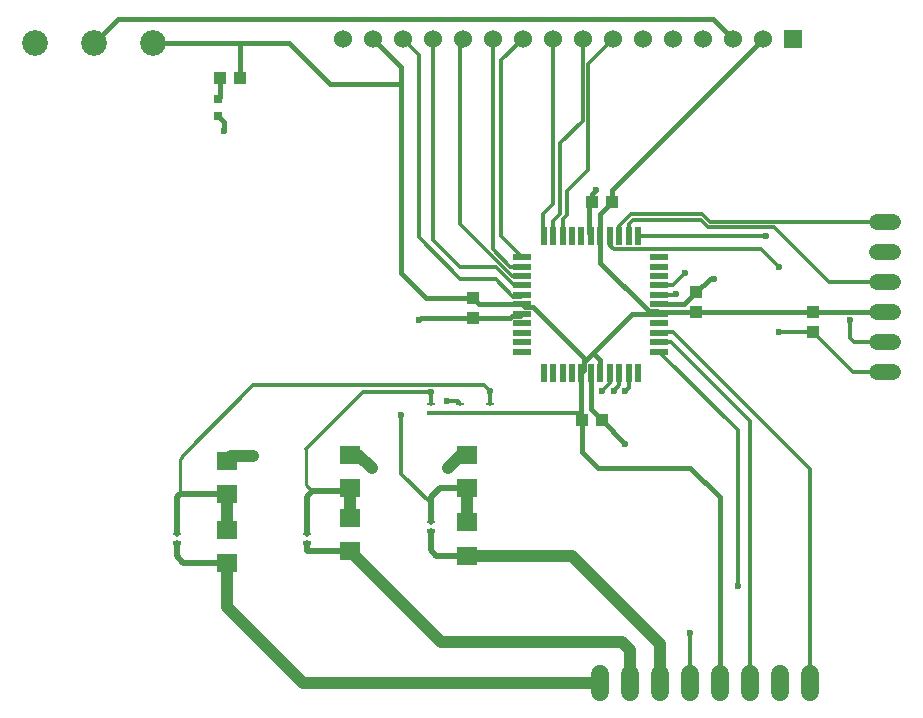
<source format=gbr>
G04 EAGLE Gerber RS-274X export*
G75*
%MOMM*%
%FSLAX34Y34*%
%LPD*%
%INTop Copper*%
%IPPOS*%
%AMOC8*
5,1,8,0,0,1.08239X$1,22.5*%
G01*
%ADD10R,1.000000X1.100000*%
%ADD11R,1.100000X1.000000*%
%ADD12R,0.500000X1.500000*%
%ADD13R,1.500000X0.500000*%
%ADD14R,1.803000X1.600000*%
%ADD15C,1.524000*%
%ADD16R,1.524000X1.524000*%
%ADD17C,1.524000*%
%ADD18R,0.700000X0.250000*%
%ADD19R,0.700000X0.450000*%
%ADD20C,1.371600*%
%ADD21C,2.184400*%
%ADD22R,0.800000X0.800000*%
%ADD23C,0.300000*%
%ADD24C,0.600000*%
%ADD25C,0.400000*%
%ADD26C,1.000000*%
%ADD27C,0.250000*%
%ADD28C,0.500000*%
%ADD29C,0.750000*%


D10*
X1000980Y558750D03*
X1000980Y541750D03*
D11*
X1093200Y455250D03*
X1110200Y455250D03*
D12*
X1140780Y611400D03*
X1132780Y611400D03*
X1124780Y611400D03*
X1116780Y611400D03*
X1108780Y611400D03*
X1100780Y611400D03*
X1092780Y611400D03*
X1084780Y611400D03*
X1076780Y611400D03*
X1068780Y611400D03*
X1060780Y611400D03*
D13*
X1042780Y593400D03*
X1042780Y585400D03*
X1042780Y577400D03*
X1042780Y569400D03*
X1042780Y561400D03*
X1042780Y553400D03*
X1042780Y545400D03*
X1042780Y537400D03*
X1042780Y529400D03*
X1042780Y521400D03*
X1042780Y513400D03*
D12*
X1060780Y495400D03*
X1068780Y495400D03*
X1076780Y495400D03*
X1084780Y495400D03*
X1092780Y495400D03*
X1100780Y495400D03*
X1108780Y495400D03*
X1116780Y495400D03*
X1124780Y495400D03*
X1132780Y495400D03*
X1140780Y495400D03*
D13*
X1158780Y513400D03*
X1158780Y521400D03*
X1158780Y529400D03*
X1158780Y537400D03*
X1158780Y545400D03*
X1158780Y553400D03*
X1158780Y561400D03*
X1158780Y569400D03*
X1158780Y577400D03*
X1158780Y585400D03*
X1158780Y593400D03*
D14*
X792560Y392740D03*
X792560Y421180D03*
X792560Y334240D03*
X792560Y362680D03*
X996160Y397740D03*
X996160Y426180D03*
X996160Y340510D03*
X996160Y368950D03*
X896860Y397740D03*
X896860Y426180D03*
X896860Y344240D03*
X896860Y372680D03*
D11*
X1288970Y530140D03*
X1288970Y547140D03*
D15*
X1286300Y240520D02*
X1286300Y225280D01*
X1260900Y225280D02*
X1260900Y240520D01*
X1235500Y240520D02*
X1235500Y225280D01*
X1210100Y225280D02*
X1210100Y240520D01*
X1184700Y240520D02*
X1184700Y225280D01*
X1159300Y225280D02*
X1159300Y240520D01*
X1133900Y240520D02*
X1133900Y225280D01*
X1108500Y225280D02*
X1108500Y240520D01*
D16*
X1271600Y778200D03*
D17*
X1246200Y778200D03*
X1220800Y778200D03*
X1195400Y778200D03*
X1170000Y778200D03*
X1144600Y778200D03*
X1119200Y778200D03*
X1093800Y778200D03*
X1068400Y778200D03*
X1043000Y778200D03*
X1017600Y778200D03*
X992200Y778200D03*
X966800Y778200D03*
X941400Y778200D03*
X916000Y778200D03*
X890600Y778200D03*
D18*
X990000Y469250D03*
D19*
X990000Y461750D03*
D18*
X965000Y469250D03*
D19*
X965000Y461750D03*
D18*
X1015000Y469250D03*
D19*
X1015000Y461750D03*
D20*
X1343142Y623500D02*
X1356858Y623500D01*
X1356858Y598100D02*
X1343142Y598100D01*
X1343142Y572700D02*
X1356858Y572700D01*
X1356858Y547300D02*
X1343142Y547300D01*
X1343142Y521900D02*
X1356858Y521900D01*
X1356858Y496500D02*
X1343142Y496500D01*
D21*
X730000Y775000D03*
X680000Y775000D03*
X630000Y775000D03*
D10*
X1190000Y546500D03*
X1190000Y563500D03*
D11*
X1118500Y640000D03*
X1101500Y640000D03*
D10*
X786500Y745000D03*
X803500Y745000D03*
D22*
X785000Y712500D03*
X785000Y727500D03*
D18*
X860000Y359250D03*
D19*
X860000Y351750D03*
D18*
X750000Y359250D03*
D19*
X750000Y351750D03*
D18*
X965000Y369250D03*
D19*
X965000Y361750D03*
D23*
X1116780Y603220D02*
X1116780Y611400D01*
X1116780Y603220D02*
X1120000Y600000D01*
X1245000Y600000D01*
X1260000Y585000D01*
X1322610Y496500D02*
X1350000Y496500D01*
D24*
X1260000Y585000D03*
X1260000Y530000D03*
D23*
X1260140Y530140D01*
X1288970Y530140D01*
X1322610Y496500D01*
X1132780Y611400D02*
X1132780Y621416D01*
X1193636Y625000D02*
X1199636Y619000D01*
X1256000Y619000D01*
X1302300Y572700D02*
X1350000Y572700D01*
X1136364Y625000D02*
X1132780Y621416D01*
X1136364Y625000D02*
X1193636Y625000D01*
X1256000Y619000D02*
X1302300Y572700D01*
X1124780Y611400D02*
X1124780Y619780D01*
X1201500Y623500D02*
X1350000Y623500D01*
X1135000Y630000D02*
X1124780Y619780D01*
X1135000Y630000D02*
X1195000Y630000D01*
X1201500Y623500D01*
X1248600Y611400D02*
X1140780Y611400D01*
X1320000Y540000D02*
X1320000Y525000D01*
X1323100Y521900D01*
X1350000Y521900D01*
D24*
X1320000Y540000D03*
X1248600Y611400D03*
D25*
X1289130Y547300D02*
X1350000Y547300D01*
X1289130Y547300D02*
X1288970Y547140D01*
X1160520Y547140D02*
X1158780Y545400D01*
X1185000Y415000D02*
X1106500Y415000D01*
X1210100Y389900D02*
X1210100Y232900D01*
X1210100Y389900D02*
X1185000Y415000D01*
X1042780Y553400D02*
X1006330Y553400D01*
X1000980Y558750D01*
X940000Y754200D02*
X916000Y778200D01*
X940000Y754200D02*
X940000Y740000D01*
X940000Y580000D01*
X961250Y558750D01*
X1149830Y547400D02*
X1156780Y547400D01*
X1158780Y545400D01*
X1108780Y588450D02*
X1108780Y611400D01*
X1108780Y588450D02*
X1149830Y547400D01*
X1094780Y497400D02*
X1092780Y495400D01*
X1094780Y497400D02*
X1094780Y504350D01*
X1102715Y512285D01*
X1135830Y545400D01*
X1158780Y545400D01*
X1044780Y551400D02*
X1042780Y553400D01*
X1044780Y551400D02*
X1051730Y551400D01*
X1094780Y508350D01*
X1094780Y504350D01*
X805000Y775000D02*
X730000Y775000D01*
X805000Y775000D02*
X845000Y775000D01*
X880000Y740000D01*
X940000Y740000D01*
X1108780Y506220D02*
X1108780Y495400D01*
X1108780Y506220D02*
X1102715Y512285D01*
X1000980Y558750D02*
X961250Y558750D01*
X1092780Y455670D02*
X1093200Y455250D01*
X1092780Y455670D02*
X1092780Y462280D01*
X1092780Y495400D01*
X1093200Y455250D02*
X1093200Y428300D01*
X1106500Y415000D01*
X1160520Y547140D02*
X1189360Y547140D01*
X1190000Y546500D01*
X1190640Y547140D02*
X1288970Y547140D01*
X1190640Y547140D02*
X1190000Y546500D01*
X1108780Y630280D02*
X1118500Y640000D01*
X1108780Y630280D02*
X1108780Y611400D01*
X803500Y745000D02*
X803500Y773500D01*
X805000Y775000D01*
D23*
X965000Y461750D02*
X990000Y461750D01*
X1015000Y461750D01*
X1092250Y461750D01*
X1092780Y462280D01*
D25*
X1118500Y650500D02*
X1246200Y778200D01*
X1118500Y650500D02*
X1118500Y640000D01*
X1042780Y545400D02*
X1040780Y543400D01*
X1033830Y543400D01*
X1032180Y541750D01*
X1000980Y541750D01*
D24*
X955000Y540000D03*
X1105000Y650000D03*
X1205000Y575000D03*
D25*
X1000980Y541750D02*
X956750Y541750D01*
X955000Y540000D01*
X1100780Y495400D02*
X1100780Y464670D01*
X1110200Y455250D01*
X1130000Y435450D02*
X1130000Y435000D01*
X1130000Y435450D02*
X1110200Y455250D01*
D24*
X1130000Y435000D03*
D25*
X1179900Y553400D02*
X1190000Y563500D01*
X1179900Y553400D02*
X1158780Y553400D01*
X1190000Y563500D02*
X1201500Y575000D01*
X1205000Y575000D01*
X1100780Y611400D02*
X1098780Y613400D01*
X1098780Y637280D02*
X1101500Y640000D01*
X1098780Y637280D02*
X1098780Y613400D01*
X1101500Y646500D02*
X1105000Y650000D01*
X1101500Y646500D02*
X1101500Y640000D01*
X790000Y707500D02*
X785000Y712500D01*
X790000Y707500D02*
X790000Y700000D01*
D24*
X790000Y700000D03*
D23*
X1158780Y569400D02*
X1159380Y570000D01*
X1170000Y570000D01*
X1180000Y580000D01*
D24*
X1180000Y580000D03*
D23*
X1171400Y561400D02*
X1158780Y561400D01*
X1171400Y561400D02*
X1172500Y562500D01*
D24*
X1172500Y562500D03*
D23*
X1093800Y708800D02*
X1093800Y778200D01*
X1068780Y623780D02*
X1068780Y611400D01*
X1075000Y690000D02*
X1093800Y708800D01*
X1075000Y690000D02*
X1075000Y630000D01*
X1068780Y623780D01*
X1076780Y625416D02*
X1076780Y611400D01*
X1098300Y757300D02*
X1119200Y778200D01*
X1080682Y629318D02*
X1076780Y625416D01*
X1080682Y649318D02*
X1098300Y666936D01*
X1080682Y649318D02*
X1080682Y629318D01*
X1098300Y666936D02*
X1098300Y757300D01*
X1068400Y778200D02*
X1068400Y638400D01*
X1060000Y630000D01*
X1060000Y612180D01*
X1060780Y611400D01*
X1042780Y585400D02*
X1032328Y585400D01*
X1017600Y600128D02*
X1017600Y778200D01*
X1017600Y600128D02*
X1032328Y585400D01*
X1042780Y593400D02*
X1025000Y611180D01*
X1025000Y760200D02*
X1043000Y778200D01*
X1025000Y760200D02*
X1025000Y611180D01*
X1033964Y577400D02*
X1042780Y577400D01*
X990000Y621364D02*
X990000Y776000D01*
X992200Y778200D01*
X990000Y621364D02*
X1033964Y577400D01*
X1035600Y569400D02*
X1042780Y569400D01*
X1020000Y585000D02*
X990000Y585000D01*
X966800Y608200D01*
X966800Y778200D01*
X1020000Y585000D02*
X1035600Y569400D01*
X955000Y764600D02*
X941400Y778200D01*
X955000Y764600D02*
X955000Y610000D01*
X990000Y575000D01*
X1020000Y575000D02*
X1035000Y560000D01*
X1041380Y560000D01*
X1042780Y561400D01*
X1020000Y575000D02*
X990000Y575000D01*
X1120000Y480000D02*
X1124780Y484780D01*
D24*
X1120000Y480000D03*
D23*
X1124780Y484780D02*
X1124780Y495400D01*
X896860Y397740D02*
X896860Y395000D01*
X859210Y430790D02*
X907830Y479410D01*
D26*
X896860Y395000D02*
X896860Y372680D01*
D23*
X965000Y469250D02*
X965000Y479000D01*
D24*
X965000Y479000D03*
D23*
X964590Y479410D01*
X907830Y479410D01*
D27*
X859210Y430790D02*
X859210Y400790D01*
X865000Y395000D01*
D28*
X894120Y395000D02*
X896860Y397740D01*
X894120Y395000D02*
X865000Y395000D01*
X860000Y390000D01*
X860000Y359250D01*
D23*
X1116780Y486780D02*
X1116780Y495400D01*
X1116780Y486780D02*
X1110000Y480000D01*
D24*
X1110000Y480000D03*
D23*
X1015000Y480000D02*
X1015000Y469250D01*
D24*
X1015000Y480000D03*
D23*
X815000Y485000D02*
X755000Y425000D01*
D26*
X792560Y392740D02*
X792560Y362680D01*
D23*
X1010000Y485000D02*
X1015000Y480000D01*
X1010000Y485000D02*
X815000Y485000D01*
D27*
X755000Y425000D02*
X752740Y422740D01*
X752740Y392740D01*
D28*
X792560Y392740D01*
X752740Y392740D02*
X750000Y390000D01*
X750000Y359250D01*
D23*
X1132780Y482780D02*
X1132780Y495400D01*
X1132780Y482780D02*
X1130000Y480000D01*
D24*
X1130000Y480000D03*
D23*
X965000Y385100D02*
X940050Y410050D01*
X940050Y460000D01*
D26*
X996160Y397740D02*
X996160Y368950D01*
D24*
X940050Y460000D03*
D23*
X988080Y471170D02*
X990000Y469250D01*
X988080Y471170D02*
X979170Y471170D01*
D24*
X979170Y471170D03*
D29*
X996160Y397740D02*
X993420Y395000D01*
D28*
X996160Y397740D02*
X972740Y397740D01*
X965000Y390000D01*
X965000Y385100D01*
X965000Y369250D01*
D26*
X1159300Y265700D02*
X1159300Y232900D01*
X1084490Y340510D02*
X996160Y340510D01*
X1084490Y340510D02*
X1159300Y265700D01*
D28*
X965000Y345000D02*
X965000Y361750D01*
X965000Y345000D02*
X969490Y340510D01*
X996160Y340510D01*
D26*
X792560Y334240D02*
X792560Y297440D01*
X857100Y232900D02*
X1108500Y232900D01*
X857100Y232900D02*
X792560Y297440D01*
D28*
X750000Y340000D02*
X750000Y351750D01*
X755760Y334240D02*
X792560Y334240D01*
X755760Y334240D02*
X750000Y340000D01*
D26*
X1133900Y261100D02*
X1133900Y232900D01*
X1133900Y261100D02*
X1127500Y267500D01*
X973600Y267500D01*
X896860Y344240D01*
D28*
X860000Y345000D02*
X860000Y351750D01*
X860000Y345000D02*
X860760Y344240D01*
X896860Y344240D01*
D23*
X1286300Y413700D02*
X1286300Y232900D01*
X1286300Y413700D02*
X1170000Y530000D01*
X1159380Y530000D01*
X1158780Y529400D01*
X1158780Y513400D02*
X1225000Y447180D01*
X1225000Y315000D01*
D24*
X1225000Y315000D03*
X1185000Y275000D03*
D23*
X1185000Y233200D01*
X1184700Y232900D01*
X1235500Y232900D02*
X1235500Y454500D01*
X1168600Y521400D02*
X1158780Y521400D01*
X1168600Y521400D02*
X1235500Y454500D01*
D24*
X815000Y425000D03*
X980000Y415000D03*
X915000Y415000D03*
D26*
X991180Y426180D02*
X996160Y426180D01*
X991180Y426180D02*
X980000Y415000D01*
X796380Y425000D02*
X792560Y421180D01*
X796380Y425000D02*
X815000Y425000D01*
X896860Y426180D02*
X903820Y426180D01*
X915000Y415000D01*
D25*
X1220800Y778200D02*
X1204000Y795000D01*
X700000Y795000D02*
X680000Y775000D01*
X700000Y795000D02*
X1204000Y795000D01*
X786500Y745000D02*
X786500Y729000D01*
X785000Y727500D01*
M02*

</source>
